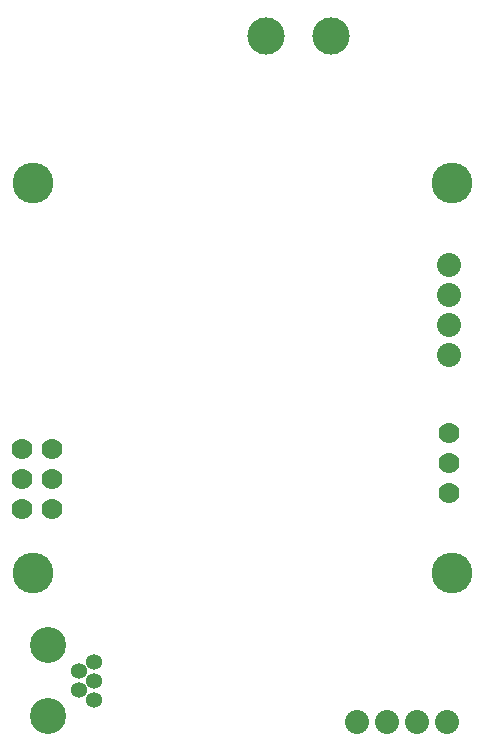
<source format=gbs>
*
*
G04 PADS 9.3.1 Build Number: 456998 generated Gerber (RS-274-X) file*
G04 PC Version=2.1*
*
%IN "DriveFeedback.pcb"*%
*
%MOIN*%
*
%FSLAX35Y35*%
*
*
*
*
G04 PC Standard Apertures*
*
*
G04 Thermal Relief Aperture macro.*
%AMTER*
1,1,$1,0,0*
1,0,$1-$2,0,0*
21,0,$3,$4,0,0,45*
21,0,$3,$4,0,0,135*
%
*
*
G04 Annular Aperture macro.*
%AMANN*
1,1,$1,0,0*
1,0,$2,0,0*
%
*
*
G04 Odd Aperture macro.*
%AMODD*
1,1,$1,0,0*
1,0,$1-0.005,0,0*
%
*
*
G04 PC Custom Aperture Macros*
*
*
*
*
*
*
G04 PC Aperture Table*
*
%ADD010C,0.001*%
%ADD051C,0.07*%
%ADD178C,0.05331*%
%ADD179C,0.12024*%
%ADD184C,0.12417*%
%ADD198C,0.08*%
%ADD199C,0.13598*%
*
*
*
*
G04 PC Circuitry*
G04 Layer Name DriveFeedback.pcb - circuitry*
%LPD*%
*
*
G04 PC Custom Flashes*
G04 Layer Name DriveFeedback.pcb - flashes*
%LPD*%
*
*
G04 PC Circuitry*
G04 Layer Name DriveFeedback.pcb - circuitry*
%LPD*%
*
G54D10*
G54D51*
G01X10157Y106339D03*
X20157D03*
X10157Y96339D03*
X20157D03*
X10157Y86339D03*
X20157D03*
X152362Y91417D03*
Y101417D03*
Y111417D03*
G54D178*
X34016Y35276D03*
X29291Y32126D03*
X34016Y28976D03*
X29291Y25827D03*
X34016Y22677D03*
G54D179*
X18858Y17165D03*
Y40787D03*
G54D184*
X91417Y243780D03*
X113071D03*
G54D198*
X152362Y167598D03*
Y157598D03*
Y147598D03*
Y137598D03*
X121890Y15236D03*
X131890D03*
X141890D03*
X151890D03*
G54D199*
X13780Y64961D03*
Y194882D03*
X153543D03*
Y64961D03*
X0Y0D02*
M02*

</source>
